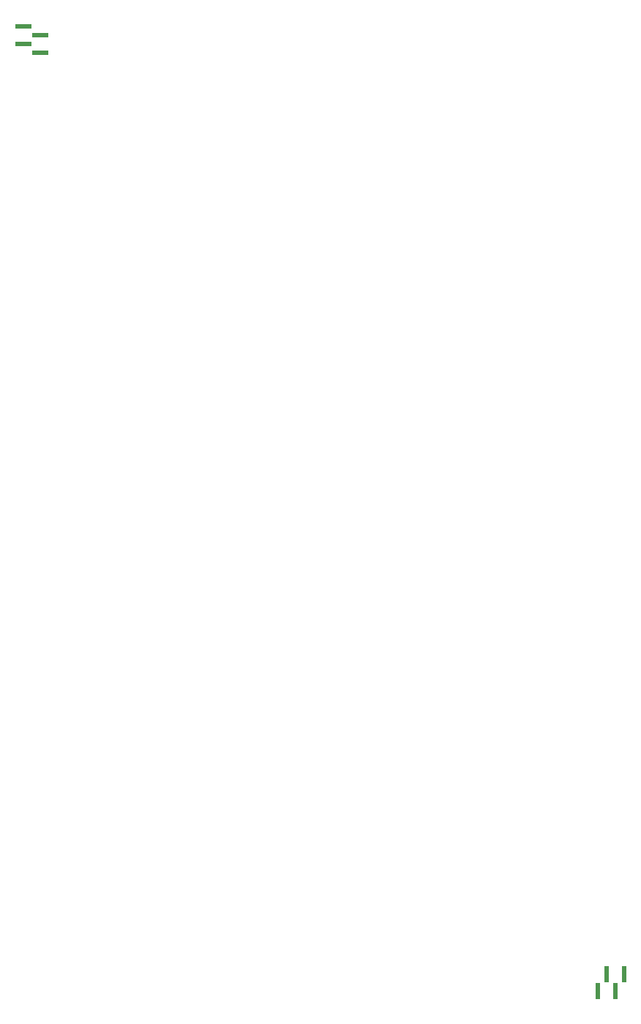
<source format=gbr>
%TF.GenerationSoftware,KiCad,Pcbnew,8.0.6*%
%TF.CreationDate,2025-01-17T17:45:08+05:30*%
%TF.ProjectId,stm32carrier_drive,73746d33-3263-4617-9272-6965725f6472,rev?*%
%TF.SameCoordinates,Original*%
%TF.FileFunction,Paste,Top*%
%TF.FilePolarity,Positive*%
%FSLAX46Y46*%
G04 Gerber Fmt 4.6, Leading zero omitted, Abs format (unit mm)*
G04 Created by KiCad (PCBNEW 8.0.6) date 2025-01-17 17:45:08*
%MOMM*%
%LPD*%
G01*
G04 APERTURE LIST*
%ADD10R,1.950000X0.500000*%
%ADD11R,0.500000X1.950000*%
G04 APERTURE END LIST*
D10*
%TO.C,J1*%
X62500000Y-48500000D03*
X60550000Y-47500000D03*
X62500000Y-46500000D03*
X60550000Y-45500000D03*
%TD*%
D11*
%TO.C,J6*%
X130000000Y-155050000D03*
X129000000Y-157000000D03*
X128000000Y-155050000D03*
X127000000Y-157000000D03*
%TD*%
M02*

</source>
